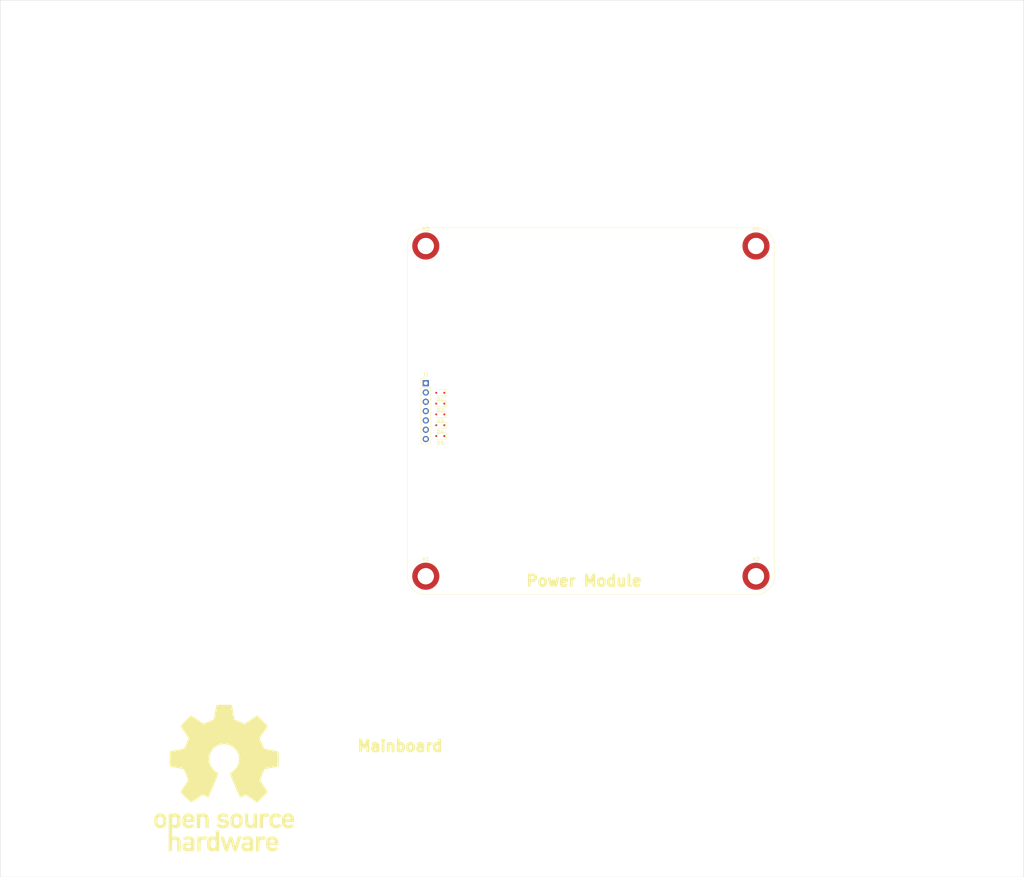
<source format=kicad_pcb>
(kicad_pcb (version 20240108) (generator "pcbnew") (generator_version "8.0")
  (title_block (company "Open Surgical Light Project - MIT Medical Device Design") (comment 1 "Drawn by: Winnie Szeto"))
  (layers (0 "F.Cu" signal) (31 "B.Cu" signal) (34 "B.Paste" user) (35 "F.Paste" user) (36 "B.SilkS" user "B.Silkscreen") (37 "F.SilkS" user "F.Silkscreen") (38 "B.Mask" user) (39 "F.Mask" user) (44 "Edge.Cuts" user))
  (property "AUTHOR" "Winnie Szeto")
  (property "PROJECT_REVISION" "A01")
  (property "PROJECT_TITLE" "Mainboard")
  (net 0 "")
  (net 1 "/Power Module/RelaySelectHighPreference")
  (net 2 "GND")
  (net 3 "/Power Module/PWM_Lights1")
  (net 4 "/Power Module/PWM_Lights2")
  (net 5 "/Power Module/CurrentSenseCh1")
  (net 6 "/Power Module/CurrentSenseCh2")
  (net 7 "/Power Module/12V_LowPreference")
  (net 8 "/Power Module/12V_HighPreference")
  (footprint "Diode_SMD:D_SOD-323F" (layer "F.Cu") (at 80.955 91.85 180)
    (property "Reference" "D4" (at 0 -1.85 180) (layer "F.SilkS"))
    (property "Value" "PESD3V3L1BA,115")
    (fp_line (start -1.61 0.85) (end 1.05 0.85) (stroke (width 0.12)) (layer "F.SilkS"))
    (fp_line (start -1.61 -0.85) (end 1.05 -0.85) (stroke (width 0.12)) (layer "F.SilkS"))
    (fp_line (start -1.61 -0.85) (end -1.61 0.85) (stroke (width 0.12)) (layer "F.SilkS"))
    (pad "1" smd roundrect (at -1.1 0 180) (size 0.5 0.5) (layers "F.Cu" "F.Paste" "F.Mask") (net 2 "GND"))
    (pad "2" smd roundrect (at 1.1 0 180) (size 0.5 0.5) (layers "F.Cu" "F.Paste" "F.Mask") (net 5 "/Power Module/CurrentSenseCh1"))
  )
  (footprint "Mounting_Wuerth:Mounting_Wuerth_WA-SMSI-M3_H11mm_9774110360" (layer "F.Cu") (at 167 133)
    (property "Reference" "H2" (at 0 -4.65 0) (layer "F.SilkS"))
    (property "Value" "M3x11 Standoff")
    (pad "" np_thru_hole circle (at 0 0) (size 4.4 4.4) (drill 4.4) (layers "*.Cu" "*.Mask"))
    (pad "1" smd circle (at -2.95 0) (size 1.1 1.1) (layers "F.Cu") (net 2 "GND"))
    (pad "1" smd circle (at 0 -2.95) (size 1.1 1.1) (layers "F.Cu") (net 2 "GND"))
    (pad "1" smd circle (at 0 2.95) (size 1.1 1.1) (layers "F.Cu") (net 2 "GND"))
    (pad "1" smd custom (at 2.95 0) (size 1.1 1.1) (layers "F.Cu" "F.Mask") (net 2 "GND") (options (clearance outline) (anchor circle)) (primitives (gr_circle (center -2.95 0) (end 0 0) (width 1.5) (fill no))))
  )
  (footprint "Diode_SMD:D_SOD-323F" (layer "F.Cu") (at 80.955 94.8 180)
    (property "Reference" "D5" (at 0 -1.85 180) (layer "F.SilkS"))
    (property "Value" "PESD3V3L1BA,115")
    (fp_line (start -1.61 0.85) (end 1.05 0.85) (stroke (width 0.12)) (layer "F.SilkS"))
    (fp_line (start -1.61 -0.85) (end 1.05 -0.85) (stroke (width 0.12)) (layer "F.SilkS"))
    (fp_line (start -1.61 -0.85) (end -1.61 0.85) (stroke (width 0.12)) (layer "F.SilkS"))
    (pad "1" smd roundrect (at -1.1 0 180) (size 0.5 0.5) (layers "F.Cu" "F.Paste" "F.Mask") (net 2 "GND"))
    (pad "2" smd roundrect (at 1.1 0 180) (size 0.5 0.5) (layers "F.Cu" "F.Paste" "F.Mask") (net 6 "/Power Module/CurrentSenseCh2"))
  )
  (footprint "Mounting_Wuerth:Mounting_Wuerth_WA-SMSI-M3_H11mm_9774110360" (layer "F.Cu") (at 167 43)
    (property "Reference" "H4" (at 0 -4.65 0) (layer "F.SilkS"))
    (property "Value" "M3x11 Standoff")
    (pad "" np_thru_hole circle (at 0 0) (size 4.4 4.4) (drill 4.4) (layers "*.Cu" "*.Mask"))
    (pad "1" smd circle (at -2.95 0) (size 1.1 1.1) (layers "F.Cu") (net 8 "/Power Module/12V_HighPreference"))
    (pad "1" smd circle (at 0 -2.95) (size 1.1 1.1) (layers "F.Cu") (net 8 "/Power Module/12V_HighPreference"))
    (pad "1" smd circle (at 0 2.95) (size 1.1 1.1) (layers "F.Cu") (net 8 "/Power Module/12V_HighPreference"))
    (pad "1" smd custom (at 2.95 0) (size 1.1 1.1) (layers "F.Cu" "F.Mask") (net 8 "/Power Module/12V_HighPreference") (options (clearance outline) (anchor circle)) (primitives (gr_circle (center -2.95 0) (end 0 0) (width 1.5) (fill no))))
  )
  (footprint "Symbol:OSHW-Logo_38.1x40mm_SilkScreen" (layer "F.Cu") (at 22 188)
    (property "Reference" "SYM1" (hide yes))
    (property "Value" "Logo_Open_Hardware_Large" (hide yes))
    (fp_poly (pts (xy 11.917738 9.656462) (xy 12.204184 9.743978) (xy 12.388612 9.85456) (xy 12.448689 9.942007) (xy 12.432152 10.045667) (xy 12.324854 10.208517) (xy 12.234127 10.323853) (xy 12.047093 10.532364) (xy 11.906574 10.62009) (xy 11.786787 10.614364) (xy 11.431441 10.523933) (xy 11.170468 10.52804) (xy 10.958547 10.630522) (xy 10.887401 10.690504) (xy 10.659673 10.901555) (xy 10.659673 13.657705) (xy 9.743607 13.657705) (xy 9.743607 9.660328) (xy 10.20164 9.660328) (xy 10.476637 9.671203) (xy 10.618516 9.709817) (xy 10.659655 9.785151) (xy 10.659673 9.787384) (xy 10.679101 9.866292) (xy 10.766957 9.856) (xy 10.888689 9.799072) (xy 11.140109 9.693138) (xy 11.344268 9.629405) (xy 11.606961 9.613066) (xy 11.917738 9.656462)) (stroke (width 0.01)) (fill solid) (layer "F.SilkS"))
    (fp_poly (pts (xy 10.830214 15.904919) (xy 11.150364 15.968034) (xy 11.332625 16.061485) (xy 11.524358 16.21674) (xy 11.251575 16.561157) (xy 11.083389 16.769733) (xy 10.969185 16.871491) (xy 10.855688 16.887037) (xy 10.689622 16.836976) (xy 10.611667 16.808654) (xy 10.293852 16.766866) (xy 10.002799 16.85644) (xy 9.789121 17.058798) (xy 9.75441 17.123317) (xy 9.716607 17.29423) (xy 9.687432 17.609212) (xy 9.668253 18.045937) (xy 9.660438 18.582075) (xy 9.660328 18.658344) (xy 9.660328 19.986885) (xy 8.744263 19.986885) (xy 8.744263 15.906229) (xy 9.202296 15.906229) (xy 9.466399 15.913125) (xy 9.603984 15.943814) (xy 9.654861 16.013296) (xy 9.660328 16.078831) (xy 9.660328 16.251433) (xy 9.879756 16.078831) (xy 10.13136 15.961076) (xy 10.469362 15.902852) (xy 10.830214 15.904919)) (stroke (width 0.01)) (fill solid) (layer "F.SilkS"))
    (fp_poly (pts (xy -6.57895 15.915079) (xy -6.454325 15.952436) (xy -6.414149 16.03451) (xy -6.412459 16.071563) (xy -6.405249 16.174766) (xy -6.355599 16.190968) (xy -6.221474 16.120215) (xy -6.141803 16.071874) (xy -5.890453 15.96835) (xy -5.590246 15.917162) (xy -5.275474 15.913226) (xy -4.980428 15.951458) (xy -4.739399 16.026773) (xy -4.58668 16.134087) (xy -4.556562 16.268315) (xy -4.571762 16.304665) (xy -4.682563 16.455554) (xy -4.854379 16.641136) (xy -4.885456 16.671135) (xy -5.049224 16.80908) (xy -5.190525 16.85365) (xy -5.388135 16.822544) (xy -5.467303 16.801875) (xy -5.713656 16.752231) (xy -5.886871 16.774555) (xy -6.033151 16.853292) (xy -6.167147 16.958958) (xy -6.265835 17.091847) (xy -6.334418 17.277303) (xy -6.378095 17.540667) (xy -6.402067 17.907282) (xy -6.411537 18.402491) (xy -6.412459 18.701487) (xy -6.412459 19.986885) (xy -7.245245 19.986885) (xy -7.245245 15.906229) (xy -6.828852 15.906229) (xy -6.57895 15.915079)) (stroke (width 0.01)) (fill solid) (layer "F.SilkS"))
    (fp_poly (pts (xy 6.579017 10.956622) (xy 6.586888 11.567396) (xy 6.615646 12.031319) (xy 6.673009 12.367572) (xy 6.766696 12.595341) (xy 6.904423 12.73381) (xy 7.093909 12.80216) (xy 7.328525 12.819621) (xy 7.574247 12.800056) (xy 7.760889 12.728574) (xy 7.896168 12.58599) (xy 7.987803 12.353121) (xy 8.04351 12.010782) (xy 8.071009 11.539791) (xy 8.078033 10.956622) (xy 8.078033 9.660328) (xy 8.994099 9.660328) (xy 8.994099 13.657705) (xy 8.536066 13.657705) (xy 8.259942 13.646516) (xy 8.117757 13.607222) (xy 8.078033 13.532625) (xy 8.054109 13.466187) (xy 7.958894 13.480242) (xy 7.766971 13.574264) (xy 7.327097 13.719308) (xy 6.860548 13.709032) (xy 6.41351 13.551531) (xy 6.200627 13.427116) (xy 6.038245 13.292407) (xy 5.919616 13.123856) (xy 5.837992 12.897913) (xy 5.786624 12.591029) (xy 5.758762 12.179653) (xy 5.747659 11.640236) (xy 5.74623 11.223102) (xy 5.74623 9.660328) (xy 6.579017 9.660328) (xy 6.579017 10.956622)) (stroke (width 0.01)) (fill solid) (layer "F.SilkS"))
    (fp_poly (pts (xy -4.993784 9.729125) (xy -4.78652 9.828124) (xy -4.585788 9.971122) (xy -4.432864 10.135705) (xy -4.321476 10.345622) (xy -4.245354 10.624625) (xy -4.198229 10.996466) (xy -4.17383 11.484895) (xy -4.165887 12.113665) (xy -4.165763 12.179508) (xy -4.163934 13.657705) (xy -5.08 13.657705) (xy -5.08 12.294962) (xy -5.080652 11.7901) (xy -5.085162 11.424186) (xy -5.097362 11.169613) (xy -5.121082 10.998771) (xy -5.160152 10.884052) (xy -5.218405 10.797848) (xy -5.299552 10.712667) (xy -5.583462 10.529648) (xy -5.893387 10.495686) (xy -6.188645 10.611402) (xy -6.291326 10.697526) (xy -6.366706 10.778498) (xy -6.420826 10.865214) (xy -6.457206 10.984925) (xy -6.479367 11.164882) (xy -6.490828 11.432336) (xy -6.495111 11.814539) (xy -6.495737 12.279821) (xy -6.495737 13.657705) (xy -7.411803 13.657705) (xy -7.411803 9.660328) (xy -6.95377 9.660328) (xy -6.678772 9.671203) (xy -6.536894 9.709817) (xy -6.495755 9.785151) (xy -6.495737 9.787384) (xy -6.47665 9.861162) (xy -6.392465 9.852789) (xy -6.225081 9.771722) (xy -5.845454 9.652447) (xy -5.411197 9.639182) (xy -4.993784 9.729125)) (stroke (width 0.01)) (fill solid) (layer "F.SilkS"))
    (fp_poly (pts (xy 14.684577 9.695204) (xy 15.167087 9.90018) (xy 15.319062 9.999961) (xy 15.513296 10.153301) (xy 15.635225 10.273871) (xy 15.656394 10.313142) (xy 15.596616 10.400284) (xy 15.443638 10.548153) (xy 15.321165 10.651358) (xy 14.985935 10.920755) (xy 14.721228 10.698019) (xy 14.516672 10.554226) (xy 14.317221 10.504591) (xy 14.08895 10.516713) (xy 13.726468 10.606836) (xy 13.476951 10.793898) (xy 13.325316 11.096307) (xy 13.25648 11.532472) (xy 13.256463 11.532745) (xy 13.262416 12.020248) (xy 13.354934 12.377932) (xy 13.539485 12.621459) (xy 13.6653 12.703927) (xy 13.999435 12.806621) (xy 14.356325 12.806683) (xy 14.666831 12.707043) (xy 14.740328 12.65836) (xy 14.92466 12.534007) (xy 15.068775 12.513626) (xy 15.224205 12.606183) (xy 15.396036 12.772423) (xy 15.668023 13.053042) (xy 15.366047 13.301956) (xy 14.89948 13.582886) (xy 14.373346 13.721331) (xy 13.82352 13.711306) (xy 13.462433 13.619509) (xy 13.040389 13.392498) (xy 12.702853 13.03537) (xy 12.549506 12.783278) (xy 12.425308 12.421582) (xy 12.363163 11.96349) (xy 12.362684 11.467019) (xy 12.423486 10.990185) (xy 12.545184 10.591005) (xy 12.564352 10.550078) (xy 12.848205 10.148682) (xy 13.232519 9.856433) (xy 13.686929 9.679395) (xy 14.18107 9.62363) (xy 14.684577 9.695204)) (stroke (width 0.01)) (fill solid) (layer "F.SilkS"))
    (fp_poly (pts (xy 4.045043 9.70961) (xy 4.466272 9.939009) (xy 4.795831 10.301147) (xy 4.951108 10.595675) (xy 5.017772 10.855814) (xy 5.060967 11.226665) (xy 5.079479 11.653878) (xy 5.07209 12.0831) (xy 5.037588 12.459981) (xy 4.997287 12.661273) (xy 4.861335 12.936645) (xy 4.625885 13.229132) (xy 4.342131 13.484903) (xy 4.061265 13.650125) (xy 4.054415 13.652746) (xy 3.705891 13.724943) (xy 3.292854 13.72673) (xy 2.900349 13.661002) (xy 2.748792 13.608322) (xy 2.358442 13.386967) (xy 2.078877 13.096955) (xy 1.895199 12.713005) (xy 1.792509 12.209839) (xy 1.769275 11.946283) (xy 1.772239 11.615106) (xy 2.664919 11.615106) (xy 2.694989 12.098353) (xy 2.781545 12.466606) (xy 2.919103 12.701897) (xy 3.017101 12.76918) (xy 3.268186 12.8161) (xy 3.566637 12.802208) (xy 3.824667 12.73469) (xy 3.892332 12.697544) (xy 4.070857 12.481198) (xy 4.18869 12.150101) (xy 4.238848 11.747162) (xy 4.214348 11.315292) (xy 4.159593 11.055379) (xy 4.002383 10.754381) (xy 3.754209 10.566227) (xy 3.455323 10.501173) (xy 3.145974 10.569476) (xy 2.908349 10.736545) (xy 2.78347 10.874386) (xy 2.710586 11.010252) (xy 2.675846 11.194128) (xy 2.665399 11.475998) (xy 2.664919 11.615106) (xy 1.772239 11.615106) (xy 1.77557 11.242989) (xy 1.890112 10.666268) (xy 2.112914 10.216098) (xy 2.443987 9.89246) (xy 2.883341 9.695331) (xy 2.977684 9.672472) (xy 3.544672 9.618811) (xy 4.045043 9.70961)) (stroke (width 0.01)) (fill solid) (layer "F.SilkS"))
    (fp_poly (pts (xy 1.864521 15.923144) (xy 2.193885 15.947869) (xy 2.624497 17.238688) (xy 3.05511 18.529508) (xy 3.190129 18.071475) (xy 3.271382 17.788407) (xy 3.378267 17.405872) (xy 3.493684 16.985385) (xy 3.554711 16.759836) (xy 3.784273 15.906229) (xy 4.731374 15.906229) (xy 4.448278 16.801475) (xy 4.308866 17.241806) (xy 4.140446 17.772942) (xy 3.964562 18.326983) (xy 3.807544 18.820983) (xy 3.449905 19.945246) (xy 2.677623 19.995492) (xy 2.468236 19.304139) (xy 2.339106 18.874669) (xy 2.198185 18.401207) (xy 2.075022 17.983051) (xy 2.070162 17.96641) (xy 1.978171 17.683073) (xy 1.897007 17.489747) (xy 1.84016 17.416642) (xy 1.828478 17.425098) (xy 1.787476 17.538434) (xy 1.709571 17.781209) (xy 1.604245 18.122895) (xy 1.480982 18.532964) (xy 1.414287 18.758524) (xy 1.053093 19.986885) (xy 0.286534 19.986885) (xy -0.326266 18.050655) (xy -0.498418 17.507518) (xy -0.655239 17.014275) (xy -0.789322 16.594096) (xy -0.893261 16.270152) (xy -0.959651 16.065616) (xy -0.979831 16.005855) (xy -0.963856 15.944667) (xy -0.838415 15.917869) (xy -0.577369 15.920549) (xy -0.536506 15.922576) (xy -0.052416 15.947869) (xy 0.264634 17.11377) (xy 0.38117 17.538972) (xy 0.485311 17.912754) (xy 0.567889 18.202661) (xy 0.619733 18.376239) (xy 0.629312 18.404538) (xy 0.669009 18.371996) (xy 0.749061 18.203393) (xy 0.860276 17.921683) (xy 0.993462 17.549821) (xy 1.106049 17.213911) (xy 1.535156 15.898418) (xy 1.864521 15.923144)) (stroke (width 0.01)) (fill solid) (layer "F.SilkS"))
    (fp_poly (pts (xy -16.810779 9.703603) (xy -16.375105 9.896215) (xy -16.044367 10.217838) (xy -15.818085 10.668963) (xy -15.695776 11.250083) (xy -15.687009 11.340815) (xy -15.680139 11.980512) (xy -15.769203 12.541228) (xy -15.948781 12.995693) (xy -16.044942 13.141882) (xy -16.37989 13.451285) (xy -16.806463 13.651675) (xy -17.283692 13.734835) (xy -17.770605 13.692544) (xy -18.14074 13.56229) (xy -18.459041 13.342786) (xy -18.719191 13.054992) (xy -18.723691 13.048259) (xy -18.82934 12.870628) (xy -18.897998 12.69201) (xy -18.939575 12.466588) (xy -18.963982 12.148545) (xy -18.974734 11.887736) (xy -18.97921 11.651222) (xy -18.146588 11.651222) (xy -18.13845 11.88667) (xy -18.10891 12.200097) (xy -18.056795 12.401241) (xy -17.962813 12.544346) (xy -17.874793 12.627941) (xy -17.562753 12.802967) (xy -17.236261 12.826358) (xy -16.932192 12.700424) (xy -16.78016 12.559306) (xy -16.670605 12.417099) (xy -16.606525 12.281024) (xy -16.5784 12.103933) (xy -16.576715 11.838677) (xy -16.585382 11.594389) (xy -16.604022 11.245419) (xy -16.633575 11.019076) (xy -16.68684 10.871441) (xy -16.776618 10.758595) (xy -16.84776 10.694099) (xy -17.145341 10.524679) (xy -17.466374 10.516234) (xy -17.735559 10.616584) (xy -17.965199 10.826149) (xy -18.102008 11.170396) (xy -18.146588 11.651222) (xy -18.97921 11.651222) (xy -18.984551 11.369095) (xy -18.967785 10.98122) (xy -18.917543 10.68949) (xy -18.826936 10.459281) (xy -18.689072 10.255972) (xy -18.637956 10.195604) (xy -18.31835 9.894823) (xy -17.975537 9.719132) (xy -17.556302 9.645524) (xy -17.351871 9.639508) (xy -16.810779 9.703603)) (stroke (width 0.01)) (fill solid) (layer "F.SilkS"))
    (fp_poly (pts (xy -1.332459 19.986885) (xy -1.790491 19.986885) (xy -2.056349 19.979091) (xy -2.19481 19.946813) (xy -2.244663 19.876707) (xy -2.248524 19.829305) (xy -2.256931 19.734246) (xy -2.309948 19.716016) (xy -2.449266 19.774615) (xy -2.557608 19.829305) (xy -2.973554 19.958902) (xy -3.425706 19.966401) (xy -3.793309 19.869746) (xy -4.135625 19.636235) (xy -4.396567 19.291562) (xy -4.539454 18.885012) (xy -4.543092 18.862282) (xy -4.564322 18.614272) (xy -4.574879 18.258234) (xy -4.57403 17.988959) (xy -3.664344 17.988959) (xy -3.643269 18.346856) (xy -3.595331 18.641847) (xy -3.530433 18.808433) (xy -3.284912 19.036081) (xy -2.993401 19.11769) (xy -2.692785 19.051696) (xy -2.435901 18.854843) (xy -2.338615 18.722448) (xy -2.281731 18.564462) (xy -2.255087 18.333852) (xy -2.248524 17.987471) (xy -2.26027 17.644457) (xy -2.291294 17.34308) (xy -2.335276 17.141395) (xy -2.342606 17.123317) (xy -2.519975 16.90839) (xy -2.778855 16.79039) (xy -3.068514 16.771337) (xy -3.338217 16.853251) (xy -3.537234 17.038152) (xy -3.557879 17.074945) (xy -3.622499 17.299291) (xy -3.657704 17.621867) (xy -3.664344 17.988959) (xy -4.57403 17.988959) (xy -4.573599 17.852424) (xy -4.567611 17.63402) (xy -4.526883 17.093711) (xy -4.442233 16.688047) (xy -4.301412 16.388153) (xy -4.092175 16.165157) (xy -3.889042 16.034254) (xy -3.605232 15.942233) (xy -3.252241 15.910672) (xy -2.890785 15.936379) (xy -2.581574 16.016161) (xy -2.418202 16.111602) (xy -2.248524 16.265158) (xy -2.248524 14.323934) (xy -1.332459 14.323934) (xy -1.332459 19.986885)) (stroke (width 0.01)) (fill solid) (layer "F.SilkS"))
    (fp_poly (pts (xy 17.735584 9.646038) (xy 17.948829 9.697843) (xy 18.357661 9.887543) (xy 18.707251 10.177266) (xy 18.949194 10.524639) (xy 18.982434 10.602634) (xy 19.028032 10.80693) (xy 19.05995 11.109146) (xy 19.07082 11.414601) (xy 19.07082 11.992131) (xy 17.863279 11.992131) (xy 17.365238 11.994014) (xy 17.014379 12.005445) (xy 16.791331 12.035099) (xy 16.676721 12.091653) (xy 16.651177 12.183779) (xy 16.695325 12.320154) (xy 16.774411 12.479726) (xy 16.995018 12.746034) (xy 17.301584 12.878709) (xy 17.676283 12.874388) (xy 18.100726 12.729981) (xy 18.467547 12.551766) (xy 18.771925 12.79244) (xy 19.076302 13.033115) (xy 18.789949 13.297685) (xy 18.407657 13.547663) (xy 17.937507 13.698378) (xy 17.431797 13.740555) (xy 16.942826 13.66492) (xy 16.863935 13.639256) (xy 16.43418 13.414827) (xy 16.114501 13.080236) (xy 15.898161 12.625495) (xy 15.778421 12.040615) (xy 15.777026 12.02808) (xy 15.766305 11.390664) (xy 15.809646 11.163263) (xy 16.655738 11.163263) (xy 16.733444 11.198231) (xy 16.944411 11.225016) (xy 17.255414 11.240309) (xy 17.452498 11.242623) (xy 17.820027 11.241175) (xy 18.049829 11.231966) (xy 18.170732 11.207695) (xy 18.211567 11.16106) (xy 18.201162 11.084763) (xy 18.192434 11.055246) (xy 18.043449 10.777888) (xy 17.809132 10.554358) (xy 17.602347 10.456132) (xy 17.327632 10.462063) (xy 17.049259 10.584556) (xy 16.815749 10.787365) (xy 16.675621 11.034244) (xy 16.655738 11.163263) (xy 15.809646 11.163263) (xy 15.873158 10.83004) (xy 16.085145 10.359559) (xy 16.389822 9.992568) (xy 16.774749 9.742418) (xy 17.227484 9.622458) (xy 17.735584 9.646038)) (stroke (width 0.01)) (fill solid) (layer "F.SilkS"))
    (fp_poly (pts (xy 0.092836 9.646006) (xy 0.4082 9.705814) (xy 0.735371 9.830904) (xy 0.770328 9.846852) (xy 1.018435 9.977312) (xy 1.190259 10.098547) (xy 1.245796 10.176212) (xy 1.192907 10.302873) (xy 1.06444 10.489761) (xy 1.007417 10.559524) (xy 0.772422 10.834131) (xy 0.469465 10.655382) (xy 0.18114 10.536303) (xy -0.151999 10.472652) (xy -0.471476 10.468632) (xy -0.718811 10.528441) (xy -0.778167 10.565771) (xy -0.891204 10.736932) (xy -0.904941 10.934097) (xy -0.820359 11.088124) (xy -0.770327 11.117996) (xy -0.620407 11.155093) (xy -0.356878 11.198695) (xy -0.032017 11.240359) (xy 0.027913 11.246893) (xy 0.54968 11.33715) (xy 0.92811 11.49046) (xy 1.179086 11.720981) (xy 1.318487 12.042869) (xy 1.361912 12.43603) (xy 1.301922 12.882946) (xy 1.107118 13.233897) (xy 0.776723 13.489515) (xy 0.309955 13.650435) (xy -0.208196 13.713924) (xy -0.630734 13.71316) (xy -0.973469 13.655497) (xy -1.20754 13.575888) (xy -1.5033 13.437173) (xy -1.776625 13.276194) (xy -1.87377 13.205339) (xy -2.123606 13.001409) (xy -1.822293 12.696517) (xy -1.520981 12.391626) (xy -1.178408 12.61833) (xy -0.834811 12.788599) (xy -0.467904 12.877659) (xy -0.115205 12.887056) (xy 0.185763 12.81834) (xy 0.397481 12.673058) (xy 0.465843 12.550475) (xy 0.455588 12.353881) (xy 0.285715 12.203545) (xy -0.043313 12.099731) (xy -0.403798 12.05175) (xy -0.958582 11.960207) (xy -1.37073 11.787496) (xy -1.645756 11.52856) (xy -1.789174 11.178344) (xy -1.809042 10.76313) (xy -1.710904 10.329428) (xy -1.48716 10.001609) (xy -1.135806 9.778175) (xy -0.654837 9.657628) (xy -0.298513 9.633997) (xy 0.092836 9.646006)) (stroke (width 0.01)) (fill solid) (layer "F.SilkS"))
    (fp_poly (pts (xy 13.461685 15.927997) (xy 13.859752 16.031492) (xy 14.193123 16.245087) (xy 14.354539 16.404652) (xy 14.619137 16.781861) (xy 14.77078 17.21944) (xy 14.822876 17.757336) (xy 14.823143 17.800819) (xy 14.823607 18.238033) (xy 12.30719 18.238033) (xy 12.36083 18.467049) (xy 12.457683 18.674463) (xy 12.627193 18.89058) (xy 12.662647 18.925082) (xy 12.96736 19.111808) (xy 13.314849 19.143475) (xy 13.714823 19.020625) (xy 13.782623 18.987541) (xy 13.990576 18.886967) (xy 14.129863 18.829667) (xy 14.154166 18.824368) (xy 14.239002 18.875826) (xy 14.400798 19.001721) (xy 14.48293 19.070517) (xy 14.65312 19.228552) (xy 14.709007 19.332901) (xy 14.67022 19.428892) (xy 14.649487 19.455139) (xy 14.509062 19.570015) (xy 14.277348 19.709626) (xy 14.115738 19.791127) (xy 13.657003 19.934723) (xy 13.149129 19.981249) (xy 12.668148 19.926117) (xy 12.533443 19.886642) (xy 12.116525 19.663223) (xy 11.807493 19.319442) (xy 11.604557 18.851958) (xy 11.505931 18.257431) (xy 11.495102 17.946557) (xy 11.52672 17.493946) (xy 12.325246 17.493946) (xy 12.402481 17.527404) (xy 12.610085 17.553658) (xy 12.911912 17.56915) (xy 13.116394 17.571803) (xy 13.484202 17.569246) (xy 13.716349 17.557276) (xy 13.843704 17.529447) (xy 13.897135 17.47931) (xy 13.907541 17.406559) (xy 13.836146 17.182458) (xy 13.656393 16.960975) (xy 13.419933 16.790977) (xy 13.183381 16.721436) (xy 12.862089 16.783125) (xy 12.583956 16.961464) (xy 12.391115 17.218525) (xy 12.325246 17.493946) (xy 11.52672 17.493946) (xy 11.541145 17.287465) (xy 11.683249 16.762349) (xy 11.924421 16.36705) (xy 12.267668 16.097404) (xy 12.715997 15.949251) (xy 12.958876 15.920719) (xy 13.461685 15.927997)) (stroke (width 0.01)) (fill solid) (layer "F.SilkS"))
    (fp_poly (pts (xy -8.98535 9.753051) (xy -8.902362 9.792122) (xy -8.615131 10.002525) (xy -8.343527 10.309586) (xy -8.140723 10.64769) (xy -8.08304 10.803133) (xy -8.030411 11.080796) (xy -7.99903 11.416353) (xy -7.995218 11.554918) (xy -7.994754 11.992131) (xy -10.51117 11.992131) (xy -10.457531 12.221147) (xy -10.325867 12.492007) (xy -10.095678 12.726092) (xy -9.821826 12.876884) (xy -9.647315 12.908196) (xy -9.410656 12.870197) (xy -9.128297 12.774891) (xy -9.032377 12.731042) (xy -8.677658 12.553887) (xy -8.374939 12.784782) (xy -8.200261 12.940947) (xy -8.107316 13.069843) (xy -8.102609 13.107674) (xy -8.185643 13.199362) (xy -8.36762 13.338698) (xy -8.532789 13.4474) (xy -8.978498 13.64281) (xy -9.478174 13.731255) (xy -9.97342 13.70826) (xy -10.368196 13.588058) (xy -10.775151 13.330568) (xy -11.064357 12.991548) (xy -11.245278 12.552923) (xy -11.327378 11.996618) (xy -11.334658 11.742067) (xy -11.305522 11.15875) (xy -11.301943 11.141782) (xy -10.468118 11.141782) (xy -10.445153 11.196483) (xy -10.350768 11.226647) (xy -10.156097 11.239576) (xy -9.832271 11.24257) (xy -9.707579 11.242623) (xy -9.328206 11.238103) (xy -9.087622 11.221688) (xy -8.958231 11.189099) (xy -8.912439 11.136054) (xy -8.910819 11.119019) (xy -8.96308 10.983649) (xy -9.093874 10.79401) (xy -9.150104 10.727609) (xy -9.358851 10.539812) (xy -9.57645 10.465975) (xy -9.693686 10.459803) (xy -10.010852 10.536986) (xy -10.276826 10.744309) (xy -10.445543 11.045434) (xy -10.448533 11.055246) (xy -10.468118 11.141782) (xy -11.301943 11.141782) (xy -11.208632 10.699443) (xy -11.034089 10.331966) (xy -10.820622 10.071114) (xy -10.42596 9.788261) (xy -9.962029 9.637112) (xy -9.468576 9.623448) (xy -8.98535 9.753051)) (stroke (width 0.01)) (fill solid) (layer "F.SilkS"))
    (fp_poly (pts (xy 6.877341 15.930959) (xy 7.228359 16.016217) (xy 7.329824 16.061385) (xy 7.526508 16.179693) (xy 7.677454 16.312943) (xy 7.789142 16.48427) (xy 7.868052 16.716809) (xy 7.920664 17.033696) (xy 7.953459 17.458068) (xy 7.972915 18.013058) (xy 7.980303 18.38377) (xy 8.00749 19.986885) (xy 7.543089 19.986885) (xy 7.261354 19.975071) (xy 7.116204 19.934699) (xy 7.078689 19.866906) (xy 7.058882 19.793597) (xy 6.970333 19.807613) (xy 6.849673 19.866393) (xy 6.547606 19.956491) (xy 6.159387 19.980769) (xy 5.751062 19.941057) (xy 5.38868 19.839183) (xy 5.356179 19.825043) (xy 5.024982 19.592376) (xy 4.806648 19.268934) (xy 4.706183 18.89086) (xy 4.713858 18.755029) (xy 5.533527 18.755029) (xy 5.60575 18.937827) (xy 5.819885 19.068821) (xy 6.165368 19.139126) (xy 6.35 19.148462) (xy 6.6577 19.124563) (xy 6.86223 19.031687) (xy 6.912132 18.987541) (xy 7.047322 18.747361) (xy 7.078689 18.529508) (xy 7.078689 18.238033) (xy 6.672705 18.238033) (xy 6.200774 18.262086) (xy 5.869762 18.337742) (xy 5.660611 18.470241) (xy 5.613783 18.529311) (xy 5.533527 18.755029) (xy 4.713858 18.755029) (xy 4.728591 18.494296) (xy 4.87888 18.115384) (xy 5.083936 17.859312) (xy 5.20813 17.748603) (xy 5.32971 17.675848) (xy 5.487904 17.631488) (xy 5.721943 17.605963) (xy 6.071055 17.589714) (xy 6.209526 17.585042) (xy 7.078689 17.556642) (xy 7.077414 17.293567) (xy 7.043752 17.017038) (xy 6.922053 16.849833) (xy 6.67619 16.743013) (xy 6.669595 16.74111) (xy 6.321008 16.699109) (xy 5.979904 16.75397) (xy 5.7264 16.887377) (xy 5.624684 16.95325) (xy 5.515131 16.944136) (xy 5.346545 16.848697) (xy 5.247547 16.781341) (xy 5.053911 16.637432) (xy 4.933965 16.529558) (xy 4.914718 16.498674) (xy 4.993971 16.338847) (xy 5.228129 16.147978) (xy 5.329837 16.083578) (xy 5.622226 15.972663) (xy 6.016274 15.909826) (xy 6.453979 15.89571) (xy 6.877341 15.930959)) (stroke (width 0.01)) (fill solid) (layer "F.SilkS"))
    (fp_poly (pts (xy -9.167558 15.938494) (xy -8.775778 16.043027) (xy -8.477533 16.232505) (xy -8.267069 16.480676) (xy -8.201641 16.586591) (xy -8.153337 16.697535) (xy -8.119568 16.839459) (xy -8.097745 17.038308) (xy -8.085279 17.320032) (xy -8.079581 17.710578) (xy -8.078063 18.235895) (xy -8.078032 18.375266) (xy -8.078032 19.986885) (xy -8.47777 19.986885) (xy -8.732739 19.969029) (xy -8.921267 19.923791) (xy -8.968501 19.895891) (xy -9.09763 19.84774) (xy -9.229518 19.895891) (xy -9.446664 19.956006) (xy -9.762083 19.9802) (xy -10.111687 19.969702) (xy -10.431386 19.925737) (xy -10.618032 19.869325) (xy -10.979217 19.637462) (xy -11.20494 19.315694) (xy -11.306417 18.887872) (xy -11.30736 18.876885) (xy -11.298454 18.687094) (xy -10.493114 18.687094) (xy -10.422708 18.902968) (xy -10.308027 19.024458) (xy -10.077826 19.116344) (xy -9.773972 19.153023) (xy -9.464121 19.13497) (xy -9.215928 19.062664) (xy -9.146393 19.016273) (xy -9.024887 18.801919) (xy -8.994098 18.55824) (xy -8.994098 18.238033) (xy -9.454805 18.238033) (xy -9.892482 18.271726) (xy -10.224273 18.367185) (xy -10.430675 18.515972) (xy -10.493114 18.687094) (xy -11.298454 18.687094) (xy -11.285425 18.409462) (xy -11.131261 18.039892) (xy -10.841427 17.760412) (xy -10.801366 17.734989) (xy -10.629219 17.652209) (xy -10.416145 17.602081) (xy -10.118282 17.577716) (xy -9.764426 17.572114) (xy -8.994098 17.571803) (xy -8.994098 17.248885) (xy -9.026774 16.998336) (xy -9.110156 16.830482) (xy -9.119918 16.821546) (xy -9.305471 16.748117) (xy -9.585568 16.719655) (xy -9.89511 16.733642) (xy -10.168998 16.787559) (xy -10.331518 16.868424) (xy -10.41958 16.933201) (xy -10.512569 16.945568) (xy -10.640901 16.892496) (xy -10.83499 16.760958) (xy -11.125252 16.537926) (xy -11.151893 16.517032) (xy -11.138242 16.439723) (xy -11.024355 16.311144) (xy -10.851259 16.168261) (xy -10.659983 16.048042) (xy -10.599887 16.019653) (xy -10.380681 15.963006) (xy -10.05947 15.922599) (xy -9.700604 15.906391) (xy -9.683822 15.906359) (xy -9.167558 15.938494)) (stroke (width 0.01)) (fill solid) (layer "F.SilkS"))
    (fp_poly (pts (xy -12.641615 9.730332) (xy -12.466029 9.81708) (xy -12.249502 9.968243) (xy -12.091689 10.133084) (xy -11.98361 10.340074) (xy -11.916282 10.617685) (xy -11.880726 10.994388) (xy -11.867959 11.498656) (xy -11.867213 11.715447) (xy -11.869392 12.190574) (xy -11.878443 12.530136) (xy -11.898135 12.7651) (xy -11.932236 12.92643) (xy -11.984517 13.04509) (xy -12.038916 13.126039) (xy -12.38616 13.47045) (xy -12.795076 13.677612) (xy -13.236207 13.73992) (xy -13.680092 13.64977) (xy -13.820719 13.586018) (xy -14.157377 13.410542) (xy -14.157377 16.160343) (xy -13.911676 16.033286) (xy -13.587934 15.934981) (xy -13.19001 15.909799) (xy -12.792655 15.956294) (xy -12.492579 16.060739) (xy -12.243681 16.259651) (xy -12.031016 16.544286) (xy -12.015026 16.57351) (xy -11.947585 16.711163) (xy -11.898331 16.849912) (xy -11.864427 17.017991) (xy -11.843037 17.243631) (xy -11.831324 17.555066) (xy -11.826453 17.98053) (xy -11.825573 18.459328) (xy -11.825573 19.986885) (xy -12.741639 19.986885) (xy -12.741639 17.170215) (xy -12.997865 16.954616) (xy -13.264035 16.782158) (xy -13.516096 16.750801) (xy -13.769555 16.831494) (xy -13.904633 16.910508) (xy -14.005171 17.023054) (xy -14.076675 17.193144) (xy -14.124656 17.444788) (xy -14.154621 17.801996) (xy -14.17208 18.288781) (xy -14.178228 18.612787) (xy -14.199016 19.945246) (xy -14.636229 19.970417) (xy -15.073442 19.995589) (xy -15.073442 11.726928) (xy -14.157377 11.726928) (xy -14.134022 12.187906) (xy -14.055323 12.5079) (xy -13.908332 12.706994) (xy -13.680097 12.805278) (xy -13.449508 12.824918) (xy -13.188476 12.80235) (xy -13.015234 12.713527) (xy -12.906902 12.596161) (xy -12.821619 12.469924) (xy -12.770851 12.32929) (xy -12.748262 12.132245) (xy -12.747519 11.836774) (xy -12.75512 11.589366) (xy -12.772575 11.216656) (xy -12.79856 10.971964) (xy -12.842317 10.816754) (xy -12.913091 10.712489) (xy -12.979881 10.652221) (xy -13.258949 10.520797) (xy -13.589238 10.499574) (xy -13.778891 10.544846) (xy -13.966668 10.705762) (xy -14.091052 11.018784) (xy -14.151337 11.481703) (xy -14.157377 11.726928) (xy -15.073442 11.726928) (xy -15.073442 9.660328) (xy -14.615409 9.660328) (xy -14.340412 9.671203) (xy -14.198533 9.709817) (xy -14.157394 9.785151) (xy -14.157377 9.787384) (xy -14.138289 9.861161) (xy -14.054102 9.852786) (xy -13.886721 9.771718) (xy -13.496708 9.647699) (xy -13.057908 9.634663) (xy -12.641615 9.730332)) (stroke (width 0.01)) (fill solid) (layer "F.SilkS"))
    (fp_poly (pts (xy 2.49661 -17.948081) (xy 2.873115 -15.950917) (xy 5.651617 -14.805527) (xy 7.318256 -15.938829) (xy 7.785002 -16.254378) (xy 8.206915 -16.536122) (xy 8.564307 -16.771198) (xy 8.837489 -16.946742) (xy 9.006773 -17.04989) (xy 9.052875 -17.072131) (xy 9.135926 -17.01493) (xy 9.313397 -16.856792) (xy 9.565395 -16.617919) (xy 9.872028 -16.318512) (xy 10.213404 -15.978771) (xy 10.569629 -15.618898) (xy 10.920812 -15.259093) (xy 11.247061 -14.919557) (xy 11.528482 -14.620492) (xy 11.745185 -14.382097) (xy 11.877275 -14.224575) (xy 11.908853 -14.171857) (xy 11.863407 -14.074669) (xy 11.735999 -13.861748) (xy 11.540026 -13.553922) (xy 11.288883 -13.172018) (xy 10.995965 -12.736862) (xy 10.82623 -12.488659) (xy 10.516853 -12.035442) (xy 10.241941 -11.62646) (xy 10.014829 -11.28207) (xy 9.848856 -11.02263) (xy 9.757356 -10.868498) (xy 9.743607 -10.836107) (xy 9.774776 -10.74405) (xy 9.859737 -10.529501) (xy 9.985671 -10.222626) (xy 10.139759 -9.853589) (xy 10.30918 -9.452558) (xy 10.481116 -9.049696) (xy 10.642747 -8.67517) (xy 10.781254 -8.359145) (xy 10.883817 -8.131786) (xy 10.937618 -8.02326) (xy 10.940793 -8.018989) (xy 11.025271 -7.998267) (xy 11.250253 -7.952037) (xy 11.592418 -7.884843) (xy 12.028447 -7.801231) (xy 12.535019 -7.705746) (xy 12.830577 -7.650682) (xy 13.371876 -7.54762) (xy 13.860795 -7.44955) (xy 14.2726 -7.361839) (xy 14.582555 -7.289853) (xy 14.765925 -7.238958) (xy 14.802787 -7.22281) (xy 14.83889 -7.113516) (xy 14.86802 -6.866676) (xy 14.890196 -6.511155) (xy 14.905439 -6.075818) (xy 14.913769 -5.58953) (xy 14.915204 -5.081155) (xy 14.909764 -4.57956) (xy 14.89747 -4.113608) (xy 14.878342 -3.712164) (xy 14.852398 -3.404093) (xy 14.819658 -3.218261) (xy 14.800022 -3.179574) (xy 14.682647 -3.133205) (xy 14.433933 -3.066913) (xy 14.08678 -2.988485) (xy 13.674085 -2.90571) (xy 13.530022 -2.878932) (xy 12.835438 -2.751706) (xy 12.286767 -2.649245) (xy 11.865879 -2.567478) (xy 11.554645 -2.502333) (xy 11.334935 -2.449737) (xy 11.188622 -2.405617) (xy 11.097575 -2.365902) (xy 11.043666 -2.326519) (xy 11.036123 -2.318736) (xy 10.960831 -2.193352) (xy 10.845972 -1.949339) (xy 10.703016 -1.616576) (xy 10.543431 -1.224943) (xy 10.378686 -0.80432) (xy 10.22025 -0.384585) (xy 10.079592 0.004381) (xy 9.968179 0.332699) (xy 9.897482 0.570489) (xy 9.878969 0.687872) (xy 9.880512 0.691983) (xy 9.943241 0.787928) (xy 10.085549 0.999031) (xy 10.29248 1.303319) (xy 10.549081 1.67882) (xy 10.840398 2.103559) (xy 10.923361 2.22426) (xy 11.219174 2.661858) (xy 11.479478 3.061123) (xy 11.69009 3.39913) (xy 11.836833 3.65295) (xy 11.905526 3.799657) (xy 11.908853 3.817681) (xy 11.851138 3.912414) (xy 11.691662 4.100084) (xy 11.450924 4.360522) (xy 11.149427 4.673557) (xy 10.807672 5.01902) (xy 10.446158 5.376741) (xy 10.085389 5.726551) (xy 9.745864 6.048279) (xy 9.448084 6.321756) (xy 9.212552 6.526813) (xy 9.059767 6.64328) (xy 9.017501 6.662295) (xy 8.91912 6.617507) (xy 8.717695 6.496712) (xy 8.446035 6.320257) (xy 8.237021 6.17823) (xy 7.858298 5.917622) (xy 7.409798 5.610767) (xy 6.959929 5.304402) (xy 6.718065 5.140436) (xy 5.899408 4.586706) (xy 5.212204 4.958271) (xy 4.899131 5.121046) (xy 4.632909 5.247567) (xy 4.452778 5.319729) (xy 4.406926 5.32977) (xy 4.35179 5.255634) (xy 4.243017 5.046138) (xy 4.088726 4.720605) (xy 3.897036 4.298361) (xy 3.676068 3.798729) (xy 3.433942 3.241033) (xy 3.178778 2.644598) (xy 2.918695 2.028748) (xy 2.661813 1.412807) (xy 2.416253 0.816099) (xy 2.190134 0.257949) (xy 1.991576 -0.242319) (xy 1.828699 -0.665381) (xy 1.709623 -0.991914) (xy 1.642468 -1.202591) (xy 1.631668 -1.274947) (xy 1.717268 -1.367239) (xy 1.904688 -1.517057) (xy 2.154747 -1.693272) (xy 2.175735 -1.707213) (xy 2.82204 -2.224558) (xy 3.343174 -2.828124) (xy 3.734621 -3.49861) (xy 3.991865 -4.216717) (xy 4.11039 -4.963148) (xy 4.085678 -5.718601) (xy 3.913214 -6.463779) (xy 3.588482 -7.179381) (xy 3.492944 -7.335946) (xy 2.996019 -7.968163) (xy 2.408963 -8.475843) (xy 1.752094 -8.856346) (xy 1.04573 -9.10703) (xy 0.310191 -9.225257) (xy -0.434206 -9.208386) (xy -1.167141 -9.053776) (xy -1.868297 -8.758788) (xy -2.517354 -8.320781) (xy -2.718127 -8.143004) (xy -3.229101 -7.586513) (xy -3.601444 -7.000688) (xy -3.856859 -6.344029) (xy -3.999111 -5.693734) (xy -4.034227 -4.962596) (xy -3.917131 -4.227829) (xy -3.659715 -3.514268) (xy -3.273875 -2.846748) (xy -2.771503 -2.250107) (xy -2.164496 -1.749178) (xy -2.08472 -1.696375) (xy -1.831981 -1.523456) (xy -1.639853 -1.373632) (xy -1.547999 -1.277971) (xy -1.546663 -1.274947) (xy -1.566383 -1.171466) (xy -1.644555 -0.936608) (xy -1.773055 -0.589693) (xy -1.943759 -0.150042) (xy -2.148546 0.363026) (xy -2.379292 0.930192) (xy -2.627874 1.532134) (xy -2.886168 2.149534) (xy -3.146052 2.763072) (xy -3.399403 3.353427) (xy -3.638097 3.90128) (xy -3.854011 4.387312) (xy -4.039023 4.792201) (xy -4.185008 5.096629) (xy -4.283845 5.281276) (xy -4.323646 5.32977) (xy -4.445268 5.292008) (xy -4.672836 5.190728) (xy -4.967109 5.044033) (xy -5.128924 4.958271) (xy -5.816129 4.586706) (xy -6.634785 5.140436) (xy -7.052691 5.424108) (xy -7.510226 5.736281) (xy -7.938981 6.030217) (xy -8.153742 6.17823) (xy -8.455795 6.381062) (xy -8.711563 6.541796) (xy -8.887684 6.640081) (xy -8.944889 6.660858) (xy -9.028151 6.60481) (xy -9.212421 6.448343) (xy -9.479836 6.207703) (xy -9.81253 5.899135) (xy -10.19264 5.538885) (xy -10.433041 5.307579) (xy -10.85363 4.894333) (xy -11.217111 4.524716) (xy -11.508793 4.214539) (xy -11.713981 3.979613) (xy -11.817982 3.83575) (xy -11.827959 3.806555) (xy -11.781658 3.695505) (xy -11.653708 3.470967) (xy -11.458305 3.155674) (xy -11.20964 2.772358) (xy -10.921907 2.343752) (xy -10.840081 2.22426) (xy -10.541934 1.789963) (xy -10.274449 1.39895) (xy -10.052582 1.073197) (xy -9.891287 0.834674) (xy -9.805518 0.705356) (xy -9.797233 0.691983) (xy -9.809624 0.588924) (xy -9.875399 0.362331) (xy -9.983089 0.042084) (xy -10.121225 -0.341937) (xy -10.278338 -0.759852) (xy -10.44296 -1.181782) (xy -10.603622 -1.577848) (xy -10.748855 -1.918169) (xy -10.86719 -2.172866) (xy -10.947159 -2.312059) (xy -10.952843 -2.318736) (xy -11.001745 -2.358516) (xy -11.084338 -2.397854) (xy -11.218753 -2.440823) (xy -11.423117 -2.491495) (xy -11.715561 -2.553942) (xy -12.114214 -2.632237) (xy -12.637205 -2.730451) (xy -13.302662 -2.852657) (xy -13.446743 -2.878932) (xy -13.873769 -2.961437) (xy -14.246043 -3.042149) (xy -14.530667 -3.113279) (xy -14.694742 -3.167041) (xy -14.716743 -3.179574) (xy -14.752996 -3.290693) (xy -14.782465 -3.539011) (xy -14.805128 -3.895663) (xy -14.820967 -4.331783) (xy -14.829962 -4.818508) (xy -14.832092 -5.326972) (xy -14.827339 -5.828311) (xy -14.815682 -6.293659) (xy -14.797101 -6.694152) (xy -14.771578 -7.000925) (xy -14.739092 -7.185113) (xy -14.719508 -7.22281) (xy -14.610478 -7.260837) (xy -14.362207 -7.322701) (xy -13.999429 -7.403036) (xy -13.546879 -7.496476) (xy -13.029293 -7.597654) (xy -12.747297 -7.650682) (xy -12.212254 -7.750701) (xy -11.735124 -7.841308) (xy -11.339228 -7.917958) (xy -11.047886 -7.976106) (xy -10.884418 -8.011207) (xy -10.857514 -8.018989) (xy -10.812042 -8.106724) (xy -10.71592 -8.318049) (xy -10.581962 -8.622774) (xy -10.422979 -8.990708) (xy -10.251784 -9.39166) (xy -10.08119 -9.795439) (xy -9.924009 -10.171854) (xy -9.793054 -10.490716) (xy -9.701138 -10.721832) (xy -9.661073 -10.835012) (xy -9.660327 -10.839959) (xy -9.705747 -10.929243) (xy -9.833082 -11.134706) (xy -10.02895 -11.435927) (xy -10.279966 -11.812487) (xy -10.572748 -12.243964) (xy -10.74295 -12.491804) (xy -11.053089 -12.946234) (xy -11.32855 -13.35881) (xy -11.555893 -13.708659) (xy -11.721677 -13.974911) (xy -11.812462 -14.136694) (xy -11.825573 -14.172961) (xy -11.76921 -14.257377) (xy -11.613391 -14.437619) (xy -11.378019 -14.693493) (xy -11.083 -15.004808) (xy -10.748238 -15.35137) (xy -10.393638 -15.712987) (xy -10.039103 -16.069466) (xy -9.704539 -16.400615) (xy -9.409849 -16.686241) (xy -9.174939 -16.90615) (xy -9.019713 -17.040152) (xy -8.967784 -17.072131) (xy -8.883231 -17.027163) (xy -8.680997 -16.90083) (xy -8.380746 -16.705994) (xy -8.00214 -16.455514) (xy -7.564841 -16.162251) (xy -7.234977 -15.938829) (xy -5.568338 -14.805527) (xy -2.789836 -15.950917) (xy -2.413331 -17.948081) (xy -2.036826 -19.945246) (xy 2.120105 -19.945246) (xy 2.49661 -17.948081)) (stroke (width 0.01)) (fill solid) (layer "F.SilkS"))
  )
  (footprint "Mounting_Wuerth:Mounting_Wuerth_WA-SMSI-M3_H11mm_9774110360" (layer "F.Cu") (at 77 43)
    (property "Reference" "H3" (at 0 -4.65 0) (layer "F.SilkS"))
    (property "Value" "M3x11 Standoff")
    (pad "" np_thru_hole circle (at 0 0) (size 4.4 4.4) (drill 4.4) (layers "*.Cu" "*.Mask"))
    (pad "1" smd circle (at -2.95 0) (size 1.1 1.1) (layers "F.Cu") (net 7 "/Power Module/12V_LowPreference"))
    (pad "1" smd circle (at 0 -2.95) (size 1.1 1.1) (layers "F.Cu") (net 7 "/Power Module/12V_LowPreference"))
    (pad "1" smd circle (at 0 2.95) (size 1.1 1.1) (layers "F.Cu") (net 7 "/Power Module/12V_LowPreference"))
    (pad "1" smd custom (at 2.95 0) (size 1.1 1.1) (layers "F.Cu" "F.Mask") (net 7 "/Power Module/12V_LowPreference") (options (clearance outline) (anchor circle)) (primitives (gr_circle (center -2.95 0) (end 0 0) (width 1.5) (fill no))))
  )
  (footprint "Mounting_Wuerth:Mounting_Wuerth_WA-SMSI-M3_H11mm_9774110360" (layer "F.Cu") (at 77 133)
    (property "Reference" "H1" (at 0 -4.65 0) (layer "F.SilkS"))
    (property "Value" "M3x11 Standoff")
    (pad "" np_thru_hole circle (at 0 0) (size 4.4 4.4) (drill 4.4) (layers "*.Cu" "*.Mask"))
    (pad "1" smd circle (at -2.95 0) (size 1.1 1.1) (layers "F.Cu") (net 2 "GND"))
    (pad "1" smd circle (at 0 -2.95) (size 1.1 1.1) (layers "F.Cu") (net 2 "GND"))
    (pad "1" smd circle (at 0 2.95) (size 1.1 1.1) (layers "F.Cu") (net 2 "GND"))
    (pad "1" smd custom (at 2.95 0) (size 1.1 1.1) (layers "F.Cu" "F.Mask") (net 2 "GND") (options (clearance outline) (anchor circle)) (primitives (gr_circle (center -2.95 0) (end 0 0) (width 1.5) (fill no))))
  )
  (footprint "Diode_SMD:D_SOD-323F" (layer "F.Cu") (at 80.955 83 180)
    (property "Reference" "D1" (at 0 -1.85 180) (layer "F.SilkS"))
    (property "Value" "PESD3V3L1BA,115")
    (fp_line (start -1.61 0.85) (end 1.05 0.85) (stroke (width 0.12)) (layer "F.SilkS"))
    (fp_line (start -1.61 -0.85) (end 1.05 -0.85) (stroke (width 0.12)) (layer "F.SilkS"))
    (fp_line (start -1.61 -0.85) (end -1.61 0.85) (stroke (width 0.12)) (layer "F.SilkS"))
    (pad "1" smd roundrect (at -1.1 0 180) (size 0.5 0.5) (layers "F.Cu" "F.Paste" "F.Mask") (net 2 "GND"))
    (pad "2" smd roundrect (at 1.1 0 180) (size 0.5 0.5) (layers "F.Cu" "F.Paste" "F.Mask") (net 1 "/Power Module/RelaySelectHighPreference"))
  )
  (footprint "Connector_PinHeader_2.54mm:PinHeader_1x07_P2.54mm_Vertical" (layer "F.Cu") (at 77 80.375)
    (property "Reference" "J1" (at 0 -2.33 0) (layer "F.SilkS"))
    (property "Value" "1x7 Socket P2.54mm")
    (fp_line (start -1.33 -1.33) (end 0 -1.33) (stroke (width 0.12)) (layer "F.SilkS"))
    (fp_line (start -1.33 0) (end -1.33 -1.33) (stroke (width 0.12)) (layer "F.SilkS"))
    (fp_line (start -1.33 1.27) (end -1.33 16.57) (stroke (width 0.12)) (layer "F.SilkS"))
    (fp_line (start -1.33 1.27) (end 1.33 1.27) (stroke (width 0.12)) (layer "F.SilkS"))
    (fp_line (start -1.33 16.57) (end 1.33 16.57) (stroke (width 0.12)) (layer "F.SilkS"))
    (fp_line (start 1.33 1.27) (end 1.33 16.57) (stroke (width 0.12)) (layer "F.SilkS"))
    (pad "1" thru_hole rect (at 0 0) (size 1.7 1.7) (drill 1) (layers "*.Cu" "*.Mask"))
    (pad "2" thru_hole oval (at 0 2.54) (size 1.7 1.7) (drill 1) (layers "*.Cu" "*.Mask") (net 1 "/Power Module/RelaySelectHighPreference"))
    (pad "3" thru_hole oval (at 0 5.08) (size 1.7 1.7) (drill 1) (layers "*.Cu" "*.Mask") (net 3 "/Power Module/PWM_Lights1"))
    (pad "4" thru_hole oval (at 0 7.62) (size 1.7 1.7) (drill 1) (layers "*.Cu" "*.Mask") (net 4 "/Power Module/PWM_Lights2"))
    (pad "5" thru_hole oval (at 0 10.16) (size 1.7 1.7) (drill 1) (layers "*.Cu" "*.Mask") (net 5 "/Power Module/CurrentSenseCh1"))
    (pad "6" thru_hole oval (at 0 12.7) (size 1.7 1.7) (drill 1) (layers "*.Cu" "*.Mask") (net 6 "/Power Module/CurrentSenseCh2"))
    (pad "7" thru_hole oval (at 0 15.24) (size 1.7 1.7) (drill 1) (layers "*.Cu" "*.Mask") (net 2 "GND"))
  )
  (footprint "Diode_SMD:D_SOD-323F" (layer "F.Cu") (at 80.955 85.95 180)
    (property "Reference" "D2" (at 0 -1.85 180) (layer "F.SilkS"))
    (property "Value" "PESD3V3L1BA,115")
    (fp_line (start -1.61 0.85) (end 1.05 0.85) (stroke (width 0.12)) (layer "F.SilkS"))
    (fp_line (start -1.61 -0.85) (end 1.05 -0.85) (stroke (width 0.12)) (layer "F.SilkS"))
    (fp_line (start -1.61 -0.85) (end -1.61 0.85) (stroke (width 0.12)) (layer "F.SilkS"))
    (pad "1" smd roundrect (at -1.1 0 180) (size 0.5 0.5) (layers "F.Cu" "F.Paste" "F.Mask") (net 2 "GND"))
    (pad "2" smd roundrect (at 1.1 0 180) (size 0.5 0.5) (layers "F.Cu" "F.Paste" "F.Mask") (net 3 "/Power Module/PWM_Lights1"))
  )
  (footprint "Diode_SMD:D_SOD-323F" (layer "F.Cu") (at 80.955 88.9 180)
    (property "Reference" "D3" (at 0 -1.85 180) (layer "F.SilkS"))
    (property "Value" "PESD3V3L1BA,115")
    (fp_line (start -1.61 0.85) (end 1.05 0.85) (stroke (width 0.12)) (layer "F.SilkS"))
    (fp_line (start -1.61 -0.85) (end 1.05 -0.85) (stroke (width 0.12)) (layer "F.SilkS"))
    (fp_line (start -1.61 -0.85) (end -1.61 0.85) (stroke (width 0.12)) (layer "F.SilkS"))
    (pad "1" smd roundrect (at -1.1 0 180) (size 0.5 0.5) (layers "F.Cu" "F.Paste" "F.Mask") (net 2 "GND"))
    (pad "2" smd roundrect (at 1.1 0 180) (size 0.5 0.5) (layers "F.Cu" "F.Paste" "F.Mask") (net 4 "/Power Module/PWM_Lights2"))
  )
  (gr_arc (start 77 138) (mid 73.464466 136.535534) (end 72 133) (stroke (width 0.1)) (layer "F.SilkS"))
  (gr_arc (start 72 43) (mid 73.464466 39.464466) (end 77 38) (stroke (width 0.1)) (layer "F.SilkS"))
  (gr_arc (start 167 38) (mid 170.535534 39.464466) (end 172 43) (stroke (width 0.1)) (layer "F.SilkS"))
  (gr_arc (start 172 133) (mid 170.535534 136.535534) (end 167 138) (stroke (width 0.1)) (layer "F.SilkS"))
  (gr_line (start 77 138) (end 167 138) (stroke (width 0.1)) (layer "F.SilkS"))
  (gr_line (start 72 133) (end 72 43) (stroke (width 0.1)) (layer "F.SilkS"))
  (gr_line (start 167 38) (end 77 38) (stroke (width 0.1)) (layer "F.SilkS"))
  (gr_line (start 172 43) (end 172 133) (stroke (width 0.1)) (layer "F.SilkS"))
  (gr_rect (start -39 -24) (end 240 215) (stroke (width 0.1)) (fill none) (layer "Edge.Cuts"))
  (gr_text "Power Module " (at 104 136 0) (layer "F.SilkS") (effects (font (size 3 3) (thickness 0.75) (bold yes)) (justify left bottom)))
  (gr_text "Mainboard" (at 58 181 0) (layer "F.SilkS") (effects (font (size 3 3) (thickness 0.75) (bold yes)) (justify left bottom)))
)
</source>
